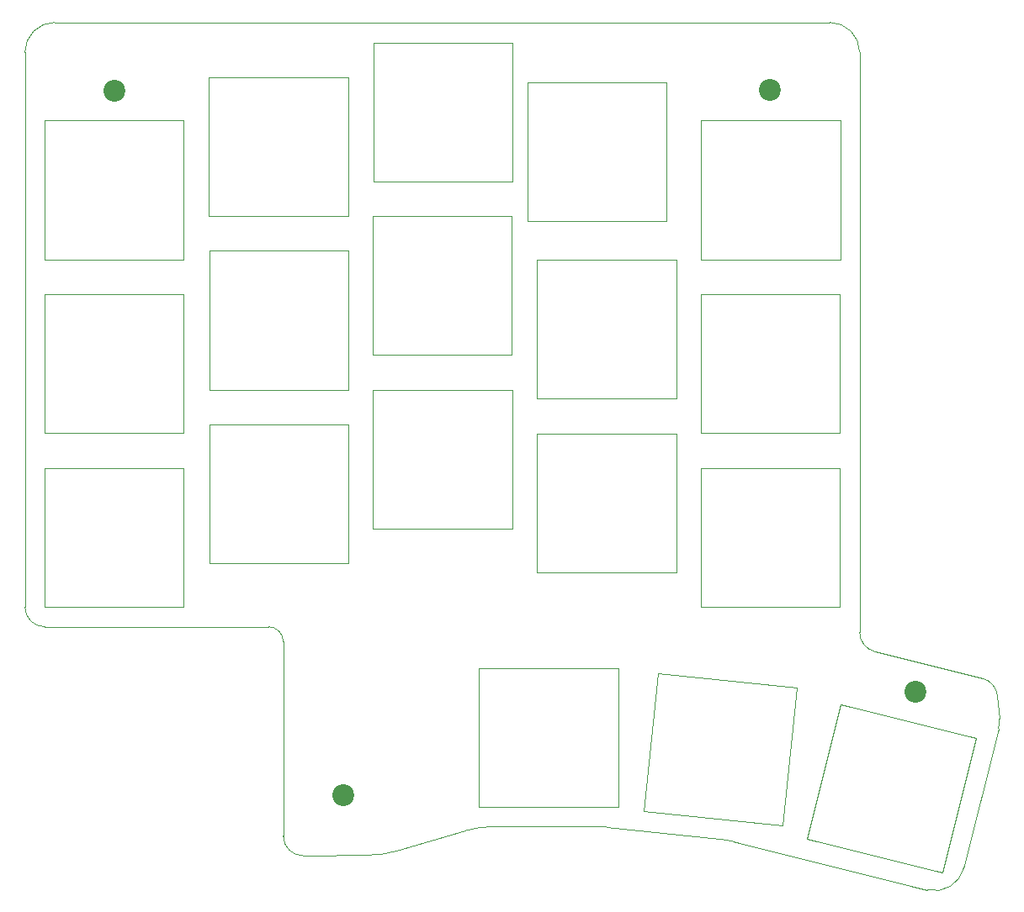
<source format=gbs>
%TF.GenerationSoftware,KiCad,Pcbnew,(6.0.6)*%
%TF.CreationDate,2022-11-03T11:36:09+09:00*%
%TF.ProjectId,top_palte__split-mini,746f705f-7061-46c7-9465-5f5f73706c69,rev?*%
%TF.SameCoordinates,Original*%
%TF.FileFunction,Soldermask,Bot*%
%TF.FilePolarity,Negative*%
%FSLAX46Y46*%
G04 Gerber Fmt 4.6, Leading zero omitted, Abs format (unit mm)*
G04 Created by KiCad (PCBNEW (6.0.6)) date 2022-11-03 11:36:09*
%MOMM*%
%LPD*%
G01*
G04 APERTURE LIST*
%TA.AperFunction,Profile*%
%ADD10C,0.100000*%
%TD*%
%TA.AperFunction,Profile*%
%ADD11C,0.120000*%
%TD*%
%ADD12C,2.200000*%
G04 APERTURE END LIST*
D10*
X103499999Y-66956660D02*
X103499999Y-80337986D01*
X103500001Y-21909999D02*
G75*
G03*
X100499999Y-18909999I-3000001J-1D01*
G01*
X117356575Y-86746885D02*
G75*
G03*
X115847908Y-84979237I-1992475J-172915D01*
G01*
X90766975Y-101399358D02*
X110333373Y-106277809D01*
X45500001Y-81284999D02*
G75*
G03*
X43999999Y-79784999I-1500001J-1D01*
G01*
X22499999Y-18909999D02*
G75*
G03*
X19499999Y-21909999I1J-3000001D01*
G01*
X78048910Y-99964780D02*
X89393041Y-101157096D01*
X66672191Y-99909999D02*
X77003625Y-99909999D01*
X19499999Y-21909999D02*
X19499999Y-77784999D01*
X66672191Y-99910009D02*
G75*
G03*
X63837183Y-100320279I9J-10000291D01*
G01*
X113970026Y-104092687D02*
X117477659Y-90024340D01*
X45500005Y-100854795D02*
G75*
G03*
X47521335Y-102854681I1999995J-5D01*
G01*
X117477644Y-90024336D02*
G75*
G03*
X117555534Y-89039159I-2911244J725836D01*
G01*
X105016155Y-82278578D02*
X115847908Y-84979237D01*
X103499999Y-66956660D02*
X103499999Y-21909999D01*
X78048910Y-99964779D02*
G75*
G03*
X77003625Y-99909999I-1045210J-9944021D01*
G01*
X90766976Y-101399353D02*
G75*
G03*
X89393041Y-101157096I-2419076J-9702347D01*
G01*
X117356572Y-86746885D02*
X117555534Y-89039159D01*
X54052808Y-102785001D02*
G75*
G03*
X56887815Y-102374719I-8J10000001D01*
G01*
X103500034Y-80337986D02*
G75*
G03*
X105016155Y-82278578I1999866J-114D01*
G01*
X47521335Y-102854681D02*
X54052808Y-102784999D01*
X100499999Y-18909999D02*
X22499999Y-18909999D01*
X45499999Y-81284999D02*
X45499999Y-100854795D01*
X110333365Y-106277839D02*
G75*
G03*
X113970026Y-104092687I725735J2910939D01*
G01*
X56887815Y-102374719D02*
X63837183Y-100320279D01*
X21499999Y-79784999D02*
X43999999Y-79784999D01*
X19500001Y-77784999D02*
G75*
G03*
X21499999Y-79784999I1999999J-1D01*
G01*
D11*
%TO.C,SW6*%
X21480000Y-46290000D02*
X21480000Y-60290000D01*
X21480000Y-60290000D02*
X35480000Y-60290000D01*
X35480000Y-60290000D02*
X35480000Y-46290000D01*
X35480000Y-46290000D02*
X21480000Y-46290000D01*
%TO.C,SW11*%
X21490000Y-63790000D02*
X21490000Y-77790000D01*
X35490000Y-63790000D02*
X21490000Y-63790000D01*
X21490000Y-77790000D02*
X35490000Y-77790000D01*
X35490000Y-77790000D02*
X35490000Y-63790000D01*
%TO.C,SW9*%
X85040000Y-42800000D02*
X71040000Y-42800000D01*
X85040000Y-56800000D02*
X85040000Y-42800000D01*
X71040000Y-42800000D02*
X71040000Y-56800000D01*
X71040000Y-56800000D02*
X85040000Y-56800000D01*
%TO.C,SW3*%
X68580000Y-34960000D02*
X68580000Y-20960000D01*
X54580000Y-34960000D02*
X68580000Y-34960000D01*
X54580000Y-20960000D02*
X54580000Y-34960000D01*
X68580000Y-20960000D02*
X54580000Y-20960000D01*
%TO.C,SW5*%
X101540000Y-42780000D02*
X101540000Y-28780000D01*
X87540000Y-42780000D02*
X101540000Y-42780000D01*
X101540000Y-28780000D02*
X87540000Y-28780000D01*
X87540000Y-28780000D02*
X87540000Y-42780000D01*
%TO.C,SW15*%
X101520000Y-77780000D02*
X101520000Y-63780000D01*
X87520000Y-63780000D02*
X87520000Y-77780000D01*
X101520000Y-63780000D02*
X87520000Y-63780000D01*
X87520000Y-77780000D02*
X101520000Y-77780000D01*
%TO.C,SW7*%
X52040000Y-55900000D02*
X52040000Y-41900000D01*
X52040000Y-41900000D02*
X38040000Y-41900000D01*
X38040000Y-55900000D02*
X52040000Y-55900000D01*
X38040000Y-41900000D02*
X38040000Y-55900000D01*
%TO.C,SW16*%
X79191200Y-83920900D02*
X65191200Y-83920900D01*
X65191200Y-97920900D02*
X79191200Y-97920900D01*
X79191200Y-97920900D02*
X79191200Y-83920900D01*
X65191200Y-83920900D02*
X65191200Y-97920900D01*
%TO.C,SW18*%
X98204777Y-101178517D02*
X111788917Y-104565423D01*
X115175823Y-90981283D02*
X101591683Y-87594377D01*
X111788917Y-104565423D02*
X115175823Y-90981283D01*
X101591683Y-87594377D02*
X98204777Y-101178517D01*
%TO.C,SW8*%
X68490000Y-52390000D02*
X68490000Y-38390000D01*
X68490000Y-38390000D02*
X54490000Y-38390000D01*
X54490000Y-38390000D02*
X54490000Y-52390000D01*
X54490000Y-52390000D02*
X68490000Y-52390000D01*
%TO.C,SW17*%
X83244146Y-84434247D02*
X81780747Y-98357554D01*
X97167453Y-85897646D02*
X83244146Y-84434247D01*
X81780747Y-98357554D02*
X95704054Y-99820953D01*
X95704054Y-99820953D02*
X97167453Y-85897646D01*
%TO.C,SW10*%
X87530000Y-46290000D02*
X87530000Y-60290000D01*
X87530000Y-60290000D02*
X101530000Y-60290000D01*
X101530000Y-46290000D02*
X87530000Y-46290000D01*
X101530000Y-60290000D02*
X101530000Y-46290000D01*
%TO.C,SW2*%
X52010000Y-38440000D02*
X52010000Y-24440000D01*
X52010000Y-24440000D02*
X38010000Y-24440000D01*
X38010000Y-38440000D02*
X52010000Y-38440000D01*
X38010000Y-24440000D02*
X38010000Y-38440000D01*
%TO.C,SW13*%
X68520000Y-69910000D02*
X68520000Y-55910000D01*
X54520000Y-69910000D02*
X68520000Y-69910000D01*
X54520000Y-55910000D02*
X54520000Y-69910000D01*
X68520000Y-55910000D02*
X54520000Y-55910000D01*
%TO.C,SW12*%
X52040000Y-73390000D02*
X52040000Y-59390000D01*
X52040000Y-59390000D02*
X38040000Y-59390000D01*
X38040000Y-73390000D02*
X52040000Y-73390000D01*
X38040000Y-59390000D02*
X38040000Y-73390000D01*
%TO.C,SW14*%
X71030000Y-60300000D02*
X71030000Y-74300000D01*
X85030000Y-74300000D02*
X85030000Y-60300000D01*
X71030000Y-74300000D02*
X85030000Y-74300000D01*
X85030000Y-60300000D02*
X71030000Y-60300000D01*
%TO.C,SW1*%
X35480000Y-28790000D02*
X21480000Y-28790000D01*
X21480000Y-28790000D02*
X21480000Y-42790000D01*
X21480000Y-42790000D02*
X35480000Y-42790000D01*
X35480000Y-42790000D02*
X35480000Y-28790000D01*
%TO.C,SW4*%
X70040000Y-38920000D02*
X84040000Y-38920000D01*
X70040000Y-24920000D02*
X70040000Y-38920000D01*
X84040000Y-24920000D02*
X70040000Y-24920000D01*
X84040000Y-38920000D02*
X84040000Y-24920000D01*
%TD*%
D12*
%TO.C,HOLE5*%
X109130000Y-86360000D03*
%TD*%
%TO.C,HOLE4*%
X51500000Y-96760000D03*
%TD*%
%TO.C,HOLE2*%
X94500000Y-25740000D03*
%TD*%
%TO.C,HOLE1*%
X28520000Y-25760000D03*
%TD*%
M02*

</source>
